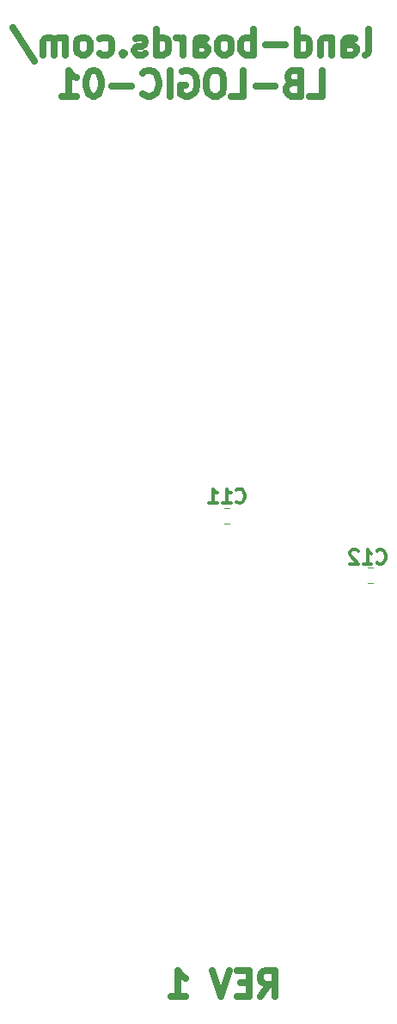
<source format=gbo>
G04 #@! TF.GenerationSoftware,KiCad,Pcbnew,(6.0.1)*
G04 #@! TF.CreationDate,2022-09-09T10:09:12-04:00*
G04 #@! TF.ProjectId,LB-Logic-01,4c422d4c-6f67-4696-932d-30312e6b6963,1*
G04 #@! TF.SameCoordinates,Original*
G04 #@! TF.FileFunction,Legend,Bot*
G04 #@! TF.FilePolarity,Positive*
%FSLAX46Y46*%
G04 Gerber Fmt 4.6, Leading zero omitted, Abs format (unit mm)*
G04 Created by KiCad (PCBNEW (6.0.1)) date 2022-09-09 10:09:12*
%MOMM*%
%LPD*%
G01*
G04 APERTURE LIST*
%ADD10C,0.635000*%
%ADD11C,0.349250*%
%ADD12C,0.120000*%
G04 APERTURE END LIST*
D10*
X173965809Y-51682347D02*
X174207714Y-51561395D01*
X174328666Y-51319490D01*
X174328666Y-49142347D01*
X171909619Y-51682347D02*
X171909619Y-50351871D01*
X172030571Y-50109966D01*
X172272476Y-49989014D01*
X172756285Y-49989014D01*
X172998190Y-50109966D01*
X171909619Y-51561395D02*
X172151523Y-51682347D01*
X172756285Y-51682347D01*
X172998190Y-51561395D01*
X173119142Y-51319490D01*
X173119142Y-51077585D01*
X172998190Y-50835680D01*
X172756285Y-50714728D01*
X172151523Y-50714728D01*
X171909619Y-50593776D01*
X170700095Y-49989014D02*
X170700095Y-51682347D01*
X170700095Y-50230919D02*
X170579142Y-50109966D01*
X170337238Y-49989014D01*
X169974380Y-49989014D01*
X169732476Y-50109966D01*
X169611523Y-50351871D01*
X169611523Y-51682347D01*
X167313428Y-51682347D02*
X167313428Y-49142347D01*
X167313428Y-51561395D02*
X167555333Y-51682347D01*
X168039142Y-51682347D01*
X168281047Y-51561395D01*
X168402000Y-51440442D01*
X168522952Y-51198538D01*
X168522952Y-50472823D01*
X168402000Y-50230919D01*
X168281047Y-50109966D01*
X168039142Y-49989014D01*
X167555333Y-49989014D01*
X167313428Y-50109966D01*
X166103904Y-50714728D02*
X164168666Y-50714728D01*
X162959142Y-51682347D02*
X162959142Y-49142347D01*
X162959142Y-50109966D02*
X162717238Y-49989014D01*
X162233428Y-49989014D01*
X161991523Y-50109966D01*
X161870571Y-50230919D01*
X161749619Y-50472823D01*
X161749619Y-51198538D01*
X161870571Y-51440442D01*
X161991523Y-51561395D01*
X162233428Y-51682347D01*
X162717238Y-51682347D01*
X162959142Y-51561395D01*
X160298190Y-51682347D02*
X160540095Y-51561395D01*
X160661047Y-51440442D01*
X160782000Y-51198538D01*
X160782000Y-50472823D01*
X160661047Y-50230919D01*
X160540095Y-50109966D01*
X160298190Y-49989014D01*
X159935333Y-49989014D01*
X159693428Y-50109966D01*
X159572476Y-50230919D01*
X159451523Y-50472823D01*
X159451523Y-51198538D01*
X159572476Y-51440442D01*
X159693428Y-51561395D01*
X159935333Y-51682347D01*
X160298190Y-51682347D01*
X157274380Y-51682347D02*
X157274380Y-50351871D01*
X157395333Y-50109966D01*
X157637238Y-49989014D01*
X158121047Y-49989014D01*
X158362952Y-50109966D01*
X157274380Y-51561395D02*
X157516285Y-51682347D01*
X158121047Y-51682347D01*
X158362952Y-51561395D01*
X158483904Y-51319490D01*
X158483904Y-51077585D01*
X158362952Y-50835680D01*
X158121047Y-50714728D01*
X157516285Y-50714728D01*
X157274380Y-50593776D01*
X156064857Y-51682347D02*
X156064857Y-49989014D01*
X156064857Y-50472823D02*
X155943904Y-50230919D01*
X155822952Y-50109966D01*
X155581047Y-49989014D01*
X155339142Y-49989014D01*
X153403904Y-51682347D02*
X153403904Y-49142347D01*
X153403904Y-51561395D02*
X153645809Y-51682347D01*
X154129619Y-51682347D01*
X154371523Y-51561395D01*
X154492476Y-51440442D01*
X154613428Y-51198538D01*
X154613428Y-50472823D01*
X154492476Y-50230919D01*
X154371523Y-50109966D01*
X154129619Y-49989014D01*
X153645809Y-49989014D01*
X153403904Y-50109966D01*
X152315333Y-51561395D02*
X152073428Y-51682347D01*
X151589619Y-51682347D01*
X151347714Y-51561395D01*
X151226761Y-51319490D01*
X151226761Y-51198538D01*
X151347714Y-50956633D01*
X151589619Y-50835680D01*
X151952476Y-50835680D01*
X152194380Y-50714728D01*
X152315333Y-50472823D01*
X152315333Y-50351871D01*
X152194380Y-50109966D01*
X151952476Y-49989014D01*
X151589619Y-49989014D01*
X151347714Y-50109966D01*
X150138190Y-51440442D02*
X150017238Y-51561395D01*
X150138190Y-51682347D01*
X150259142Y-51561395D01*
X150138190Y-51440442D01*
X150138190Y-51682347D01*
X147840095Y-51561395D02*
X148082000Y-51682347D01*
X148565809Y-51682347D01*
X148807714Y-51561395D01*
X148928666Y-51440442D01*
X149049619Y-51198538D01*
X149049619Y-50472823D01*
X148928666Y-50230919D01*
X148807714Y-50109966D01*
X148565809Y-49989014D01*
X148082000Y-49989014D01*
X147840095Y-50109966D01*
X146388666Y-51682347D02*
X146630571Y-51561395D01*
X146751523Y-51440442D01*
X146872476Y-51198538D01*
X146872476Y-50472823D01*
X146751523Y-50230919D01*
X146630571Y-50109966D01*
X146388666Y-49989014D01*
X146025809Y-49989014D01*
X145783904Y-50109966D01*
X145662952Y-50230919D01*
X145542000Y-50472823D01*
X145542000Y-51198538D01*
X145662952Y-51440442D01*
X145783904Y-51561395D01*
X146025809Y-51682347D01*
X146388666Y-51682347D01*
X144453428Y-51682347D02*
X144453428Y-49989014D01*
X144453428Y-50230919D02*
X144332476Y-50109966D01*
X144090571Y-49989014D01*
X143727714Y-49989014D01*
X143485809Y-50109966D01*
X143364857Y-50351871D01*
X143364857Y-51682347D01*
X143364857Y-50351871D02*
X143243904Y-50109966D01*
X143002000Y-49989014D01*
X142639142Y-49989014D01*
X142397238Y-50109966D01*
X142276285Y-50351871D01*
X142276285Y-51682347D01*
X139252476Y-49021395D02*
X141429619Y-52287109D01*
X168522952Y-55771747D02*
X169732476Y-55771747D01*
X169732476Y-53231747D01*
X166829619Y-54441271D02*
X166466761Y-54562223D01*
X166345809Y-54683176D01*
X166224857Y-54925080D01*
X166224857Y-55287938D01*
X166345809Y-55529842D01*
X166466761Y-55650795D01*
X166708666Y-55771747D01*
X167676285Y-55771747D01*
X167676285Y-53231747D01*
X166829619Y-53231747D01*
X166587714Y-53352700D01*
X166466761Y-53473652D01*
X166345809Y-53715557D01*
X166345809Y-53957461D01*
X166466761Y-54199366D01*
X166587714Y-54320319D01*
X166829619Y-54441271D01*
X167676285Y-54441271D01*
X165136285Y-54804128D02*
X163201047Y-54804128D01*
X160782000Y-55771747D02*
X161991523Y-55771747D01*
X161991523Y-53231747D01*
X159451523Y-53231747D02*
X158967714Y-53231747D01*
X158725809Y-53352700D01*
X158483904Y-53594604D01*
X158362952Y-54078414D01*
X158362952Y-54925080D01*
X158483904Y-55408890D01*
X158725809Y-55650795D01*
X158967714Y-55771747D01*
X159451523Y-55771747D01*
X159693428Y-55650795D01*
X159935333Y-55408890D01*
X160056285Y-54925080D01*
X160056285Y-54078414D01*
X159935333Y-53594604D01*
X159693428Y-53352700D01*
X159451523Y-53231747D01*
X155943904Y-53352700D02*
X156185809Y-53231747D01*
X156548666Y-53231747D01*
X156911523Y-53352700D01*
X157153428Y-53594604D01*
X157274380Y-53836509D01*
X157395333Y-54320319D01*
X157395333Y-54683176D01*
X157274380Y-55166985D01*
X157153428Y-55408890D01*
X156911523Y-55650795D01*
X156548666Y-55771747D01*
X156306761Y-55771747D01*
X155943904Y-55650795D01*
X155822952Y-55529842D01*
X155822952Y-54683176D01*
X156306761Y-54683176D01*
X154734380Y-55771747D02*
X154734380Y-53231747D01*
X152073428Y-55529842D02*
X152194380Y-55650795D01*
X152557238Y-55771747D01*
X152799142Y-55771747D01*
X153162000Y-55650795D01*
X153403904Y-55408890D01*
X153524857Y-55166985D01*
X153645809Y-54683176D01*
X153645809Y-54320319D01*
X153524857Y-53836509D01*
X153403904Y-53594604D01*
X153162000Y-53352700D01*
X152799142Y-53231747D01*
X152557238Y-53231747D01*
X152194380Y-53352700D01*
X152073428Y-53473652D01*
X150984857Y-54804128D02*
X149049619Y-54804128D01*
X147356285Y-53231747D02*
X147114380Y-53231747D01*
X146872476Y-53352700D01*
X146751523Y-53473652D01*
X146630571Y-53715557D01*
X146509619Y-54199366D01*
X146509619Y-54804128D01*
X146630571Y-55287938D01*
X146751523Y-55529842D01*
X146872476Y-55650795D01*
X147114380Y-55771747D01*
X147356285Y-55771747D01*
X147598190Y-55650795D01*
X147719142Y-55529842D01*
X147840095Y-55287938D01*
X147961047Y-54804128D01*
X147961047Y-54199366D01*
X147840095Y-53715557D01*
X147719142Y-53473652D01*
X147598190Y-53352700D01*
X147356285Y-53231747D01*
X144090571Y-55771747D02*
X145542000Y-55771747D01*
X144816285Y-55771747D02*
X144816285Y-53231747D01*
X145058190Y-53594604D01*
X145300095Y-53836509D01*
X145542000Y-53957461D01*
X163648571Y-144252647D02*
X164495238Y-143043123D01*
X165100000Y-144252647D02*
X165100000Y-141712647D01*
X164132380Y-141712647D01*
X163890476Y-141833600D01*
X163769523Y-141954552D01*
X163648571Y-142196457D01*
X163648571Y-142559314D01*
X163769523Y-142801219D01*
X163890476Y-142922171D01*
X164132380Y-143043123D01*
X165100000Y-143043123D01*
X162560000Y-142922171D02*
X161713333Y-142922171D01*
X161350476Y-144252647D02*
X162560000Y-144252647D01*
X162560000Y-141712647D01*
X161350476Y-141712647D01*
X160624761Y-141712647D02*
X159778095Y-144252647D01*
X158931428Y-141712647D01*
X154819047Y-144252647D02*
X156270476Y-144252647D01*
X155544761Y-144252647D02*
X155544761Y-141712647D01*
X155786666Y-142075504D01*
X156028571Y-142317409D01*
X156270476Y-142438361D01*
D11*
X161273671Y-95621928D02*
X161340195Y-95688452D01*
X161539766Y-95754976D01*
X161672814Y-95754976D01*
X161872385Y-95688452D01*
X162005433Y-95555404D01*
X162071957Y-95422357D01*
X162138480Y-95156261D01*
X162138480Y-94956690D01*
X162071957Y-94690595D01*
X162005433Y-94557547D01*
X161872385Y-94424500D01*
X161672814Y-94357976D01*
X161539766Y-94357976D01*
X161340195Y-94424500D01*
X161273671Y-94491023D01*
X159943195Y-95754976D02*
X160741480Y-95754976D01*
X160342338Y-95754976D02*
X160342338Y-94357976D01*
X160475385Y-94557547D01*
X160608433Y-94690595D01*
X160741480Y-94757119D01*
X158612719Y-95754976D02*
X159411004Y-95754976D01*
X159011861Y-95754976D02*
X159011861Y-94357976D01*
X159144909Y-94557547D01*
X159277957Y-94690595D01*
X159411004Y-94757119D01*
X175142071Y-101590928D02*
X175208595Y-101657452D01*
X175408166Y-101723976D01*
X175541214Y-101723976D01*
X175740785Y-101657452D01*
X175873833Y-101524404D01*
X175940357Y-101391357D01*
X176006880Y-101125261D01*
X176006880Y-100925690D01*
X175940357Y-100659595D01*
X175873833Y-100526547D01*
X175740785Y-100393500D01*
X175541214Y-100326976D01*
X175408166Y-100326976D01*
X175208595Y-100393500D01*
X175142071Y-100460023D01*
X173811595Y-101723976D02*
X174609880Y-101723976D01*
X174210738Y-101723976D02*
X174210738Y-100326976D01*
X174343785Y-100526547D01*
X174476833Y-100659595D01*
X174609880Y-100726119D01*
X173279404Y-100460023D02*
X173212880Y-100393500D01*
X173079833Y-100326976D01*
X172747214Y-100326976D01*
X172614166Y-100393500D01*
X172547642Y-100460023D01*
X172481119Y-100593071D01*
X172481119Y-100726119D01*
X172547642Y-100925690D01*
X173345928Y-101723976D01*
X172481119Y-101723976D01*
D12*
X160114348Y-97763000D02*
X160636852Y-97763000D01*
X160114348Y-96293000D02*
X160636852Y-96293000D01*
X174759252Y-102135000D02*
X174236748Y-102135000D01*
X174759252Y-103605000D02*
X174236748Y-103605000D01*
M02*

</source>
